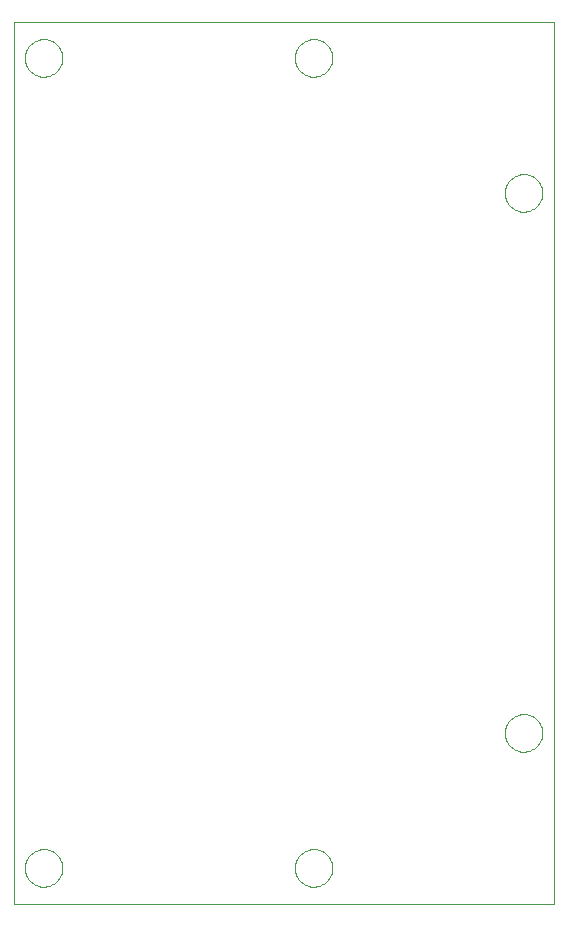
<source format=gko>
G75*
%MOIN*%
%OFA0B0*%
%FSLAX24Y24*%
%IPPOS*%
%LPD*%
%AMOC8*
5,1,8,0,0,1.08239X$1,22.5*
%
%ADD10C,0.0000*%
D10*
X000100Y000210D02*
X000100Y029610D01*
X018100Y029610D01*
X018100Y000210D01*
X000100Y000210D01*
X000475Y001410D02*
X000477Y001460D01*
X000483Y001509D01*
X000493Y001558D01*
X000506Y001605D01*
X000524Y001652D01*
X000545Y001697D01*
X000569Y001740D01*
X000597Y001781D01*
X000628Y001820D01*
X000662Y001856D01*
X000699Y001890D01*
X000739Y001920D01*
X000780Y001947D01*
X000824Y001971D01*
X000869Y001991D01*
X000916Y002007D01*
X000964Y002020D01*
X001013Y002029D01*
X001063Y002034D01*
X001112Y002035D01*
X001162Y002032D01*
X001211Y002025D01*
X001260Y002014D01*
X001307Y002000D01*
X001353Y001981D01*
X001398Y001959D01*
X001441Y001934D01*
X001481Y001905D01*
X001519Y001873D01*
X001555Y001839D01*
X001588Y001801D01*
X001617Y001761D01*
X001643Y001719D01*
X001666Y001675D01*
X001685Y001629D01*
X001701Y001582D01*
X001713Y001533D01*
X001721Y001484D01*
X001725Y001435D01*
X001725Y001385D01*
X001721Y001336D01*
X001713Y001287D01*
X001701Y001238D01*
X001685Y001191D01*
X001666Y001145D01*
X001643Y001101D01*
X001617Y001059D01*
X001588Y001019D01*
X001555Y000981D01*
X001519Y000947D01*
X001481Y000915D01*
X001441Y000886D01*
X001398Y000861D01*
X001353Y000839D01*
X001307Y000820D01*
X001260Y000806D01*
X001211Y000795D01*
X001162Y000788D01*
X001112Y000785D01*
X001063Y000786D01*
X001013Y000791D01*
X000964Y000800D01*
X000916Y000813D01*
X000869Y000829D01*
X000824Y000849D01*
X000780Y000873D01*
X000739Y000900D01*
X000699Y000930D01*
X000662Y000964D01*
X000628Y001000D01*
X000597Y001039D01*
X000569Y001080D01*
X000545Y001123D01*
X000524Y001168D01*
X000506Y001215D01*
X000493Y001262D01*
X000483Y001311D01*
X000477Y001360D01*
X000475Y001410D01*
X009475Y001410D02*
X009477Y001460D01*
X009483Y001509D01*
X009493Y001558D01*
X009506Y001605D01*
X009524Y001652D01*
X009545Y001697D01*
X009569Y001740D01*
X009597Y001781D01*
X009628Y001820D01*
X009662Y001856D01*
X009699Y001890D01*
X009739Y001920D01*
X009780Y001947D01*
X009824Y001971D01*
X009869Y001991D01*
X009916Y002007D01*
X009964Y002020D01*
X010013Y002029D01*
X010063Y002034D01*
X010112Y002035D01*
X010162Y002032D01*
X010211Y002025D01*
X010260Y002014D01*
X010307Y002000D01*
X010353Y001981D01*
X010398Y001959D01*
X010441Y001934D01*
X010481Y001905D01*
X010519Y001873D01*
X010555Y001839D01*
X010588Y001801D01*
X010617Y001761D01*
X010643Y001719D01*
X010666Y001675D01*
X010685Y001629D01*
X010701Y001582D01*
X010713Y001533D01*
X010721Y001484D01*
X010725Y001435D01*
X010725Y001385D01*
X010721Y001336D01*
X010713Y001287D01*
X010701Y001238D01*
X010685Y001191D01*
X010666Y001145D01*
X010643Y001101D01*
X010617Y001059D01*
X010588Y001019D01*
X010555Y000981D01*
X010519Y000947D01*
X010481Y000915D01*
X010441Y000886D01*
X010398Y000861D01*
X010353Y000839D01*
X010307Y000820D01*
X010260Y000806D01*
X010211Y000795D01*
X010162Y000788D01*
X010112Y000785D01*
X010063Y000786D01*
X010013Y000791D01*
X009964Y000800D01*
X009916Y000813D01*
X009869Y000829D01*
X009824Y000849D01*
X009780Y000873D01*
X009739Y000900D01*
X009699Y000930D01*
X009662Y000964D01*
X009628Y001000D01*
X009597Y001039D01*
X009569Y001080D01*
X009545Y001123D01*
X009524Y001168D01*
X009506Y001215D01*
X009493Y001262D01*
X009483Y001311D01*
X009477Y001360D01*
X009475Y001410D01*
X016475Y005910D02*
X016477Y005960D01*
X016483Y006009D01*
X016493Y006058D01*
X016506Y006105D01*
X016524Y006152D01*
X016545Y006197D01*
X016569Y006240D01*
X016597Y006281D01*
X016628Y006320D01*
X016662Y006356D01*
X016699Y006390D01*
X016739Y006420D01*
X016780Y006447D01*
X016824Y006471D01*
X016869Y006491D01*
X016916Y006507D01*
X016964Y006520D01*
X017013Y006529D01*
X017063Y006534D01*
X017112Y006535D01*
X017162Y006532D01*
X017211Y006525D01*
X017260Y006514D01*
X017307Y006500D01*
X017353Y006481D01*
X017398Y006459D01*
X017441Y006434D01*
X017481Y006405D01*
X017519Y006373D01*
X017555Y006339D01*
X017588Y006301D01*
X017617Y006261D01*
X017643Y006219D01*
X017666Y006175D01*
X017685Y006129D01*
X017701Y006082D01*
X017713Y006033D01*
X017721Y005984D01*
X017725Y005935D01*
X017725Y005885D01*
X017721Y005836D01*
X017713Y005787D01*
X017701Y005738D01*
X017685Y005691D01*
X017666Y005645D01*
X017643Y005601D01*
X017617Y005559D01*
X017588Y005519D01*
X017555Y005481D01*
X017519Y005447D01*
X017481Y005415D01*
X017441Y005386D01*
X017398Y005361D01*
X017353Y005339D01*
X017307Y005320D01*
X017260Y005306D01*
X017211Y005295D01*
X017162Y005288D01*
X017112Y005285D01*
X017063Y005286D01*
X017013Y005291D01*
X016964Y005300D01*
X016916Y005313D01*
X016869Y005329D01*
X016824Y005349D01*
X016780Y005373D01*
X016739Y005400D01*
X016699Y005430D01*
X016662Y005464D01*
X016628Y005500D01*
X016597Y005539D01*
X016569Y005580D01*
X016545Y005623D01*
X016524Y005668D01*
X016506Y005715D01*
X016493Y005762D01*
X016483Y005811D01*
X016477Y005860D01*
X016475Y005910D01*
X016475Y023910D02*
X016477Y023960D01*
X016483Y024009D01*
X016493Y024058D01*
X016506Y024105D01*
X016524Y024152D01*
X016545Y024197D01*
X016569Y024240D01*
X016597Y024281D01*
X016628Y024320D01*
X016662Y024356D01*
X016699Y024390D01*
X016739Y024420D01*
X016780Y024447D01*
X016824Y024471D01*
X016869Y024491D01*
X016916Y024507D01*
X016964Y024520D01*
X017013Y024529D01*
X017063Y024534D01*
X017112Y024535D01*
X017162Y024532D01*
X017211Y024525D01*
X017260Y024514D01*
X017307Y024500D01*
X017353Y024481D01*
X017398Y024459D01*
X017441Y024434D01*
X017481Y024405D01*
X017519Y024373D01*
X017555Y024339D01*
X017588Y024301D01*
X017617Y024261D01*
X017643Y024219D01*
X017666Y024175D01*
X017685Y024129D01*
X017701Y024082D01*
X017713Y024033D01*
X017721Y023984D01*
X017725Y023935D01*
X017725Y023885D01*
X017721Y023836D01*
X017713Y023787D01*
X017701Y023738D01*
X017685Y023691D01*
X017666Y023645D01*
X017643Y023601D01*
X017617Y023559D01*
X017588Y023519D01*
X017555Y023481D01*
X017519Y023447D01*
X017481Y023415D01*
X017441Y023386D01*
X017398Y023361D01*
X017353Y023339D01*
X017307Y023320D01*
X017260Y023306D01*
X017211Y023295D01*
X017162Y023288D01*
X017112Y023285D01*
X017063Y023286D01*
X017013Y023291D01*
X016964Y023300D01*
X016916Y023313D01*
X016869Y023329D01*
X016824Y023349D01*
X016780Y023373D01*
X016739Y023400D01*
X016699Y023430D01*
X016662Y023464D01*
X016628Y023500D01*
X016597Y023539D01*
X016569Y023580D01*
X016545Y023623D01*
X016524Y023668D01*
X016506Y023715D01*
X016493Y023762D01*
X016483Y023811D01*
X016477Y023860D01*
X016475Y023910D01*
X009475Y028410D02*
X009477Y028460D01*
X009483Y028509D01*
X009493Y028558D01*
X009506Y028605D01*
X009524Y028652D01*
X009545Y028697D01*
X009569Y028740D01*
X009597Y028781D01*
X009628Y028820D01*
X009662Y028856D01*
X009699Y028890D01*
X009739Y028920D01*
X009780Y028947D01*
X009824Y028971D01*
X009869Y028991D01*
X009916Y029007D01*
X009964Y029020D01*
X010013Y029029D01*
X010063Y029034D01*
X010112Y029035D01*
X010162Y029032D01*
X010211Y029025D01*
X010260Y029014D01*
X010307Y029000D01*
X010353Y028981D01*
X010398Y028959D01*
X010441Y028934D01*
X010481Y028905D01*
X010519Y028873D01*
X010555Y028839D01*
X010588Y028801D01*
X010617Y028761D01*
X010643Y028719D01*
X010666Y028675D01*
X010685Y028629D01*
X010701Y028582D01*
X010713Y028533D01*
X010721Y028484D01*
X010725Y028435D01*
X010725Y028385D01*
X010721Y028336D01*
X010713Y028287D01*
X010701Y028238D01*
X010685Y028191D01*
X010666Y028145D01*
X010643Y028101D01*
X010617Y028059D01*
X010588Y028019D01*
X010555Y027981D01*
X010519Y027947D01*
X010481Y027915D01*
X010441Y027886D01*
X010398Y027861D01*
X010353Y027839D01*
X010307Y027820D01*
X010260Y027806D01*
X010211Y027795D01*
X010162Y027788D01*
X010112Y027785D01*
X010063Y027786D01*
X010013Y027791D01*
X009964Y027800D01*
X009916Y027813D01*
X009869Y027829D01*
X009824Y027849D01*
X009780Y027873D01*
X009739Y027900D01*
X009699Y027930D01*
X009662Y027964D01*
X009628Y028000D01*
X009597Y028039D01*
X009569Y028080D01*
X009545Y028123D01*
X009524Y028168D01*
X009506Y028215D01*
X009493Y028262D01*
X009483Y028311D01*
X009477Y028360D01*
X009475Y028410D01*
X000475Y028410D02*
X000477Y028460D01*
X000483Y028509D01*
X000493Y028558D01*
X000506Y028605D01*
X000524Y028652D01*
X000545Y028697D01*
X000569Y028740D01*
X000597Y028781D01*
X000628Y028820D01*
X000662Y028856D01*
X000699Y028890D01*
X000739Y028920D01*
X000780Y028947D01*
X000824Y028971D01*
X000869Y028991D01*
X000916Y029007D01*
X000964Y029020D01*
X001013Y029029D01*
X001063Y029034D01*
X001112Y029035D01*
X001162Y029032D01*
X001211Y029025D01*
X001260Y029014D01*
X001307Y029000D01*
X001353Y028981D01*
X001398Y028959D01*
X001441Y028934D01*
X001481Y028905D01*
X001519Y028873D01*
X001555Y028839D01*
X001588Y028801D01*
X001617Y028761D01*
X001643Y028719D01*
X001666Y028675D01*
X001685Y028629D01*
X001701Y028582D01*
X001713Y028533D01*
X001721Y028484D01*
X001725Y028435D01*
X001725Y028385D01*
X001721Y028336D01*
X001713Y028287D01*
X001701Y028238D01*
X001685Y028191D01*
X001666Y028145D01*
X001643Y028101D01*
X001617Y028059D01*
X001588Y028019D01*
X001555Y027981D01*
X001519Y027947D01*
X001481Y027915D01*
X001441Y027886D01*
X001398Y027861D01*
X001353Y027839D01*
X001307Y027820D01*
X001260Y027806D01*
X001211Y027795D01*
X001162Y027788D01*
X001112Y027785D01*
X001063Y027786D01*
X001013Y027791D01*
X000964Y027800D01*
X000916Y027813D01*
X000869Y027829D01*
X000824Y027849D01*
X000780Y027873D01*
X000739Y027900D01*
X000699Y027930D01*
X000662Y027964D01*
X000628Y028000D01*
X000597Y028039D01*
X000569Y028080D01*
X000545Y028123D01*
X000524Y028168D01*
X000506Y028215D01*
X000493Y028262D01*
X000483Y028311D01*
X000477Y028360D01*
X000475Y028410D01*
M02*

</source>
